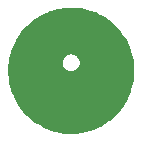
<source format=gbr>
G04 #@! TF.GenerationSoftware,KiCad,Pcbnew,6.0.10-86aedd382b~118~ubuntu22.04.1*
G04 #@! TF.CreationDate,2023-01-17T16:43:14+01:00*
G04 #@! TF.ProjectId,IM72D128-PCB,494d3732-4431-4323-982d-5043422e6b69,rev?*
G04 #@! TF.SameCoordinates,Original*
G04 #@! TF.FileFunction,Copper,L2,Bot*
G04 #@! TF.FilePolarity,Positive*
%FSLAX46Y46*%
G04 Gerber Fmt 4.6, Leading zero omitted, Abs format (unit mm)*
G04 Created by KiCad (PCBNEW 6.0.10-86aedd382b~118~ubuntu22.04.1) date 2023-01-17 16:43:14*
%MOMM*%
%LPD*%
G01*
G04 APERTURE LIST*
G04 #@! TA.AperFunction,ViaPad*
%ADD10C,0.800000*%
G04 #@! TD*
G04 APERTURE END LIST*
D10*
X97518220Y-102494080D03*
X102200000Y-96500000D03*
X102200000Y-103300000D03*
G04 #@! TA.AperFunction,Conductor*
G36*
X100161445Y-94657402D02*
G01*
X100330617Y-94660945D01*
X100341136Y-94661607D01*
X100511123Y-94679473D01*
X100776225Y-94707337D01*
X100786664Y-94708879D01*
X101216367Y-94790849D01*
X101226641Y-94793258D01*
X101329122Y-94821871D01*
X101648006Y-94910905D01*
X101658032Y-94914162D01*
X102068073Y-95066655D01*
X102077801Y-95070745D01*
X102473622Y-95257005D01*
X102482974Y-95261894D01*
X102646042Y-95356041D01*
X102861836Y-95480630D01*
X102870730Y-95486274D01*
X103229973Y-95735953D01*
X103238359Y-95742318D01*
X103575460Y-96021194D01*
X103583273Y-96028228D01*
X103895861Y-96334336D01*
X103903068Y-96342012D01*
X104188924Y-96673180D01*
X104195463Y-96681430D01*
X104325229Y-96860037D01*
X104452605Y-97035355D01*
X104458445Y-97044145D01*
X104685068Y-97418344D01*
X104690152Y-97427591D01*
X104884663Y-97819432D01*
X104888955Y-97829072D01*
X105049999Y-98235823D01*
X105053469Y-98245789D01*
X105179907Y-98664570D01*
X105182532Y-98674791D01*
X105273490Y-99102716D01*
X105275249Y-99113121D01*
X105330077Y-99547126D01*
X105330960Y-99557642D01*
X105349279Y-99994724D01*
X105349279Y-100005276D01*
X105330960Y-100442358D01*
X105330077Y-100452874D01*
X105275249Y-100886879D01*
X105273490Y-100897284D01*
X105182532Y-101325209D01*
X105179907Y-101335430D01*
X105053469Y-101754211D01*
X105049999Y-101764177D01*
X104888955Y-102170928D01*
X104884663Y-102180568D01*
X104690152Y-102572409D01*
X104685068Y-102581656D01*
X104458445Y-102955855D01*
X104452610Y-102964638D01*
X104195463Y-103318570D01*
X104188924Y-103326820D01*
X104040028Y-103499318D01*
X103903070Y-103657986D01*
X103895861Y-103665664D01*
X103583273Y-103971772D01*
X103575460Y-103978806D01*
X103238359Y-104257682D01*
X103229973Y-104264047D01*
X102870730Y-104513726D01*
X102861836Y-104519370D01*
X102661131Y-104635247D01*
X102482974Y-104738106D01*
X102473622Y-104742995D01*
X102077801Y-104929255D01*
X102068075Y-104933344D01*
X101658032Y-105085838D01*
X101648006Y-105089095D01*
X101553829Y-105115390D01*
X101226641Y-105206742D01*
X101216367Y-105209151D01*
X100786664Y-105291121D01*
X100776225Y-105292663D01*
X100523921Y-105319182D01*
X100341136Y-105338393D01*
X100330617Y-105339055D01*
X100161445Y-105342598D01*
X99893249Y-105348216D01*
X99882699Y-105347995D01*
X99647535Y-105333200D01*
X99446087Y-105320526D01*
X99435613Y-105319425D01*
X99002832Y-105255518D01*
X98992467Y-105253541D01*
X98798984Y-105208160D01*
X98566544Y-105153641D01*
X98556398Y-105150808D01*
X98341536Y-105080996D01*
X98140341Y-105015623D01*
X98130450Y-105011945D01*
X97727162Y-104842418D01*
X97717614Y-104837925D01*
X97329925Y-104635247D01*
X97320786Y-104629970D01*
X96951429Y-104395569D01*
X96942764Y-104389547D01*
X96594310Y-104125056D01*
X96586179Y-104118329D01*
X96261075Y-103825604D01*
X96253535Y-103818221D01*
X95954065Y-103499318D01*
X95947176Y-103491337D01*
X95675431Y-103148479D01*
X95669251Y-103139973D01*
X95427155Y-102775589D01*
X95421688Y-102766563D01*
X95210934Y-102383204D01*
X95206242Y-102373752D01*
X95038825Y-101997725D01*
X95028303Y-101974094D01*
X95024421Y-101964286D01*
X94880556Y-101551163D01*
X94877506Y-101541061D01*
X94768715Y-101117350D01*
X94766521Y-101107028D01*
X94693562Y-100675669D01*
X94692239Y-100665199D01*
X94686918Y-100601824D01*
X94655634Y-100229277D01*
X94655192Y-100218735D01*
X94655192Y-99781265D01*
X94655634Y-99770722D01*
X94659665Y-99722721D01*
X94686672Y-99401105D01*
X99299031Y-99401105D01*
X99338612Y-99565968D01*
X99416375Y-99716631D01*
X99421367Y-99722353D01*
X99421368Y-99722355D01*
X99463561Y-99770722D01*
X99527831Y-99844396D01*
X99534045Y-99848763D01*
X99660330Y-99937518D01*
X99660332Y-99937519D01*
X99666547Y-99941887D01*
X99824513Y-100003476D01*
X99832046Y-100004468D01*
X99832047Y-100004468D01*
X99949739Y-100019962D01*
X99953826Y-100020500D01*
X100042516Y-100020500D01*
X100168320Y-100005276D01*
X100326923Y-99945345D01*
X100466651Y-99849312D01*
X100527279Y-99781265D01*
X100574388Y-99728392D01*
X100574390Y-99728388D01*
X100579440Y-99722721D01*
X100586238Y-99709883D01*
X100655224Y-99579589D01*
X100658776Y-99572881D01*
X100700081Y-99408441D01*
X100700969Y-99238895D01*
X100661388Y-99074032D01*
X100583625Y-98923369D01*
X100578313Y-98917279D01*
X100477163Y-98801329D01*
X100472169Y-98795604D01*
X100413649Y-98754475D01*
X100339670Y-98702482D01*
X100339668Y-98702481D01*
X100333453Y-98698113D01*
X100175487Y-98636524D01*
X100167954Y-98635532D01*
X100167953Y-98635532D01*
X100050261Y-98620038D01*
X100050260Y-98620038D01*
X100046174Y-98619500D01*
X99957484Y-98619500D01*
X99831680Y-98634724D01*
X99673077Y-98694655D01*
X99533349Y-98790688D01*
X99528297Y-98796358D01*
X99528296Y-98796359D01*
X99425612Y-98911608D01*
X99425610Y-98911612D01*
X99420560Y-98917279D01*
X99417008Y-98923988D01*
X99417007Y-98923989D01*
X99384746Y-98984920D01*
X99341224Y-99067119D01*
X99299919Y-99231559D01*
X99299031Y-99401105D01*
X94686672Y-99401105D01*
X94692240Y-99334792D01*
X94693562Y-99324331D01*
X94766521Y-98892972D01*
X94768715Y-98882650D01*
X94877506Y-98458939D01*
X94880556Y-98448837D01*
X95024421Y-98035714D01*
X95028305Y-98025902D01*
X95206242Y-97626248D01*
X95210934Y-97616796D01*
X95421688Y-97233437D01*
X95427155Y-97224411D01*
X95452805Y-97185804D01*
X95669251Y-96860027D01*
X95675431Y-96851521D01*
X95947176Y-96508663D01*
X95954065Y-96500682D01*
X96253535Y-96181779D01*
X96261075Y-96174396D01*
X96586179Y-95881671D01*
X96594310Y-95874944D01*
X96942764Y-95610453D01*
X96951429Y-95604431D01*
X97320786Y-95370030D01*
X97329925Y-95364753D01*
X97717614Y-95162075D01*
X97727162Y-95157582D01*
X98130450Y-94988055D01*
X98140341Y-94984377D01*
X98362099Y-94912323D01*
X98556398Y-94849192D01*
X98566544Y-94846359D01*
X98895573Y-94769185D01*
X98992467Y-94746459D01*
X99002832Y-94744482D01*
X99004156Y-94744286D01*
X99435613Y-94680575D01*
X99446087Y-94679474D01*
X99647535Y-94666800D01*
X99882699Y-94652005D01*
X99893249Y-94651784D01*
X100161445Y-94657402D01*
G37*
G04 #@! TD.AperFunction*
M02*

</source>
